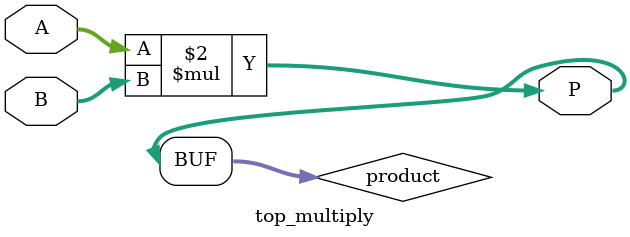
<source format=v>
`timescale 1ns / 1ps


module top_multiply(
    input [8:0] A,
    input [8:0] B,
    output [16:0] P
);

reg [16:0] product; 

always @* begin
    product = A * B;
end

assign P = product; 

endmodule

</source>
